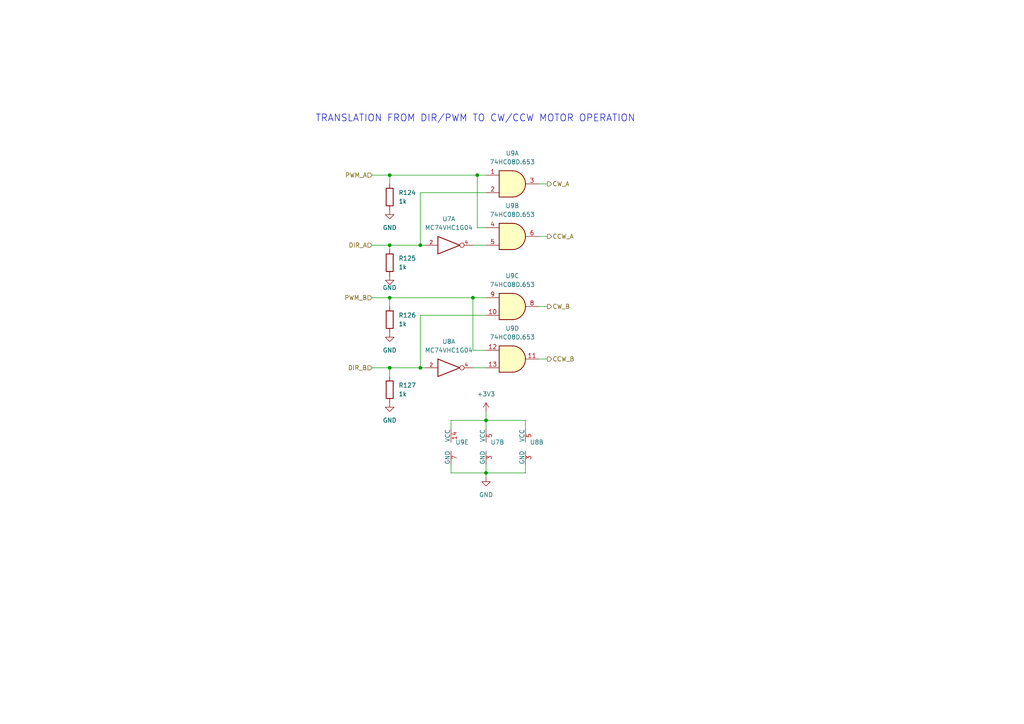
<source format=kicad_sch>
(kicad_sch (version 20211123) (generator eeschema)
  (paper "A4")
  (lib_symbols
    (symbol "Device:R" (pin_numbers hide) (pin_names (offset 0))
      (property "Reference" "R" (at 2.032 0 90))
      (property "Value" "R" (at 0 0 90))
      (symbol "R_0_1"
        (rectangle (start -1.016 -2.54) (end 1.016 2.54) (stroke (width 0.254)))
      )
      (symbol "R_1_1"
        (pin passive line (at 0 3.81 270) (length 1.27) (name "~") (number "1"))
        (pin passive line (at 0 -3.81 90) (length 1.27) (name "~") (number "2"))
      )
    )
    (symbol "_IntegratedCircuits:74HC08D.653" (pin_names (offset 0))
      (property "Reference" "U" (at 0 6.35 0))
      (property "Value" "74HC08D.653" (at 0 8.89 0))
      (symbol "74HC08D.653_1_1"
        (arc (start 0 -3.81) (mid 3.81 0) (end 0 3.81) (stroke (width 0.254)) (fill (type background)))
        (polyline (pts (xy 0 3.81) (xy -3.81 3.81) (xy -3.81 -3.81) (xy 0 -3.81)) (stroke (width 0.254)) (fill (type background)))
        (pin input line (at -7.62 2.54 0) (length 3.81) (name "~") (number "1"))
        (pin input line (at -7.62 -2.54 0) (length 3.81) (name "~") (number "2"))
        (pin output line (at 7.62 0 180) (length 3.81) (name "~") (number "3"))
      )
      (symbol "74HC08D.653_2_1"
        (arc (start 0 -3.81) (mid 3.81 0) (end 0 3.81) (stroke (width 0.254)) (fill (type background)))
        (polyline (pts (xy 0 3.81) (xy -3.81 3.81) (xy -3.81 -3.81) (xy 0 -3.81)) (stroke (width 0.254)) (fill (type background)))
        (pin input line (at -7.62 2.54 0) (length 3.81) (name "~") (number "4"))
        (pin input line (at -7.62 -2.54 0) (length 3.81) (name "~") (number "5"))
        (pin output line (at 7.62 0 180) (length 3.81) (name "~") (number "6"))
      )
      (symbol "74HC08D.653_3_1"
        (arc (start 0 -3.81) (mid 3.81 0) (end 0 3.81) (stroke (width 0.254)) (fill (type background)))
        (polyline (pts (xy 0 3.81) (xy -3.81 3.81) (xy -3.81 -3.81) (xy 0 -3.81)) (stroke (width 0.254)) (fill (type background)))
        (pin input line (at -7.62 -2.54 0) (length 3.81) (name "~") (number "10"))
        (pin output line (at 7.62 0 180) (length 3.81) (name "~") (number "8"))
        (pin input line (at -7.62 2.54 0) (length 3.81) (name "~") (number "9"))
      )
      (symbol "74HC08D.653_4_1"
        (arc (start 0 -3.81) (mid 3.81 0) (end 0 3.81) (stroke (width 0.254)) (fill (type background)))
        (polyline (pts (xy 0 3.81) (xy -3.81 3.81) (xy -3.81 -3.81) (xy 0 -3.81)) (stroke (width 0.254)) (fill (type background)))
        (pin output line (at 7.62 0 180) (length 3.81) (name "~") (number "11"))
        (pin input line (at -7.62 2.54 0) (length 3.81) (name "~") (number "12"))
        (pin input line (at -7.62 -2.54 0) (length 3.81) (name "~") (number "13"))
      )
      (symbol "74HC08D.653_5_1"
        (pin power_in line (at 5.08 2.54 180) (length 3.81) (name "VCC") (number "14"))
        (pin power_in line (at -5.08 2.54 0) (length 3.81) (name "GND") (number "7"))
      )
    )
    (symbol "_IntegratedCircuits:MC74VHC1G04" (pin_names (offset 0))
      (property "Reference" "U" (at 0 6.35 0))
      (property "Value" "MC74VHC1G04" (at 0 3.81 0))
      (symbol "MC74VHC1G04_1_1"
        (polyline (pts (xy -2.54 2.54) (xy -2.54 -2.54) (xy 3.81 0) (xy -2.54 2.54)) (stroke (width 0.254)))
        (pin no_connect line (at 1.27 -5.08 180) (length 3.81) hide (name "1") (number "1"))
        (pin input line (at -6.35 0 0) (length 3.81) (name "~") (number "2"))
        (pin output inverted (at 7.62 0 180) (length 3.81) (name "~") (number "4"))
      )
      (symbol "MC74VHC1G04_2_1"
        (pin power_in line (at -5.08 0 0) (length 3.81) (name "GND") (number "3"))
        (pin power_in line (at 5.08 0 180) (length 3.81) (name "VCC") (number "5"))
      )
    )
    (symbol "power:+3.3V" (power) (pin_names (offset 0))
      (property "Value" "+3.3V" (at 0 3.556 0))
      (symbol "+3.3V_0_1"
        (polyline (pts (xy -0.762 1.27) (xy 0 2.54)))
        (polyline (pts (xy 0 0) (xy 0 2.54)))
        (polyline (pts (xy 0 2.54) (xy 0.762 1.27)))
      )
      (symbol "+3.3V_1_1"
        (pin power_in line (at 0 0 90) (length 0) hide (name "+3V3") (number "1"))
      )
    )
    (symbol "power:GND" (power) (pin_names (offset 0))
      (property "Value" "GND" (at 0 -3.81 0))
      (symbol "GND_0_1"
        (polyline (pts (xy 0 0) (xy 0 -1.27) (xy 1.27 -1.27) (xy 0 -2.54) (xy -1.27 -1.27) (xy 0 -1.27)))
      )
      (symbol "GND_1_1"
        (pin power_in line (at 0 0 270) (length 0) hide (name "GND") (number "1"))
      )
    )
  )
  (junction (at 138.43 50.8))
  (junction (at 113.03 50.8))
  (junction (at 140.97 137.16))
  (junction (at 113.03 71.12))
  (junction (at 121.92 71.12))
  (junction (at 140.97 121.92))
  (junction (at 113.03 86.36))
  (junction (at 113.03 106.68))
  (junction (at 121.92 106.68))
  (junction (at 137.16 86.36))
  (wire (pts (xy 140.97 55.88) (xy 121.92 55.88)))
  (wire (pts (xy 107.95 106.68) (xy 113.03 106.68)))
  (wire (pts (xy 113.03 106.68) (xy 121.92 106.68)))
  (wire (pts (xy 137.16 101.6) (xy 137.16 86.36)))
  (wire (pts (xy 140.97 101.6) (xy 137.16 101.6)))
  (wire (pts (xy 158.75 104.14) (xy 156.21 104.14)))
  (wire (pts (xy 121.92 91.44) (xy 121.92 106.68)))
  (wire (pts (xy 158.75 88.9) (xy 156.21 88.9)))
  (wire (pts (xy 152.4 121.92) (xy 152.4 124.46)))
  (wire (pts (xy 113.03 72.39) (xy 113.03 71.12)))
  (wire (pts (xy 113.03 50.8) (xy 138.43 50.8)))
  (wire (pts (xy 140.97 121.92) (xy 140.97 124.46)))
  (wire (pts (xy 140.97 121.92) (xy 152.4 121.92)))
  (wire (pts (xy 158.75 68.58) (xy 156.21 68.58)))
  (wire (pts (xy 140.97 66.04) (xy 138.43 66.04)))
  (wire (pts (xy 140.97 119.38) (xy 140.97 121.92)))
  (wire (pts (xy 113.03 71.12) (xy 121.92 71.12)))
  (wire (pts (xy 121.92 106.68) (xy 123.19 106.68)))
  (wire (pts (xy 107.95 86.36) (xy 113.03 86.36)))
  (wire (pts (xy 113.03 86.36) (xy 113.03 88.9)))
  (wire (pts (xy 137.16 71.12) (xy 140.97 71.12)))
  (wire (pts (xy 113.03 106.68) (xy 113.03 109.22)))
  (wire (pts (xy 137.16 86.36) (xy 140.97 86.36)))
  (wire (pts (xy 107.95 50.8) (xy 113.03 50.8)))
  (wire (pts (xy 138.43 50.8) (xy 140.97 50.8)))
  (wire (pts (xy 140.97 137.16) (xy 130.81 137.16)))
  (wire (pts (xy 152.4 134.62) (xy 152.4 137.16)))
  (wire (pts (xy 137.16 106.68) (xy 140.97 106.68)))
  (wire (pts (xy 152.4 137.16) (xy 140.97 137.16)))
  (wire (pts (xy 140.97 137.16) (xy 140.97 138.43)))
  (wire (pts (xy 130.81 137.16) (xy 130.81 134.62)))
  (wire (pts (xy 130.81 121.92) (xy 140.97 121.92)))
  (wire (pts (xy 107.95 71.12) (xy 113.03 71.12)))
  (wire (pts (xy 158.75 53.34) (xy 156.21 53.34)))
  (wire (pts (xy 121.92 71.12) (xy 123.19 71.12)))
  (wire (pts (xy 138.43 66.04) (xy 138.43 50.8)))
  (wire (pts (xy 130.81 124.46) (xy 130.81 121.92)))
  (wire (pts (xy 113.03 50.8) (xy 113.03 53.34)))
  (wire (pts (xy 113.03 86.36) (xy 137.16 86.36)))
  (wire (pts (xy 140.97 134.62) (xy 140.97 137.16)))
  (wire (pts (xy 140.97 91.44) (xy 121.92 91.44)))
  (wire (pts (xy 121.92 55.88) (xy 121.92 71.12)))
  (text "TRANSLATION FROM DIR/PWM TO CW/CCW MOTOR OPERATION" (at 91.44 35.56 0) (effects (font (size 2 2)) (justify left bottom)))
  (hierarchical_label "CW_B" (shape output) (at 158.75 88.9 0))
  (hierarchical_label "DIR_A" (shape input) (at 107.95 71.12 180))
  (hierarchical_label "PWM_A" (shape input) (at 107.95 50.8 180))
  (hierarchical_label "DIR_B" (shape input) (at 107.95 106.68 180))
  (hierarchical_label "CW_A" (shape output) (at 158.75 53.34 0))
  (hierarchical_label "CCW_B" (shape output) (at 158.75 104.14 0))
  (hierarchical_label "PWM_B" (shape input) (at 107.95 86.36 180))
  (hierarchical_label "CCW_A" (shape output) (at 158.75 68.58 0))
  (symbol (lib_id "Device:R") (at 113.03 113.03 0) (unit 1)
    (property "Reference" "R127" (at 115.57 111.7599 0) (effects (justify left)))
    (property "Value" "1k" (at 115.57 114.2999 0) (effects (justify left)))
    (property "Footprint" "Resistor_SMD:R_0603_1608Metric_Pad0.98x0.95mm_HandSolder" (effects hide))
  )
  (symbol (lib_id "Device:R") (at 113.03 92.71 0) (unit 1)
    (property "Reference" "R126" (at 115.57 91.4399 0) (effects (justify left)))
    (property "Value" "1k" (at 115.57 93.9799 0) (effects (justify left)))
    (property "Footprint" "Resistor_SMD:R_0603_1608Metric_Pad0.98x0.95mm_HandSolder" (effects hide))
  )
  (symbol (lib_id "_IntegratedCircuits:74HC08D.653") (at 148.59 104.14 0) (unit 4)
    (property "Reference" "U9" (at 148.59 95.25 0))
    (property "Value" "74HC08D.653" (at 148.59 97.79 0))
    (property "Footprint" "_IntegratedCircuits:74HC08D.653" (effects hide))
    (property "Datasheet" "https://datasheet.octopart.com/74HC08D%2C653-Nexperia-datasheet-12516245.pdf" (effects hide))
  )
  (symbol (lib_id "_IntegratedCircuits:MC74VHC1G04") (at 140.97 129.54 90) (unit 2)
    (property "Reference" "U7" (at 142.24 128.2699 90) (effects (justify right)))
    (property "Value" "MC74VHC1G04" (effects hide))
    (property "Footprint" "_IntegratedCircuits:MC74VHC1G04" (effects hide))
    (property "Datasheet" "https://datasheet.octopart.com/MC74VHC1G04DTT1G-ON-Semiconductor-datasheet-21211001.pdf" (effects hide))
  )
  (symbol (lib_id "_IntegratedCircuits:74HC08D.653") (at 148.59 88.9 0) (unit 3)
    (property "Reference" "U9" (at 148.59 80.01 0))
    (property "Value" "74HC08D.653" (at 148.59 82.55 0))
    (property "Footprint" "_IntegratedCircuits:74HC08D.653" (effects hide))
    (property "Datasheet" "https://datasheet.octopart.com/74HC08D%2C653-Nexperia-datasheet-12516245.pdf" (effects hide))
  )
  (symbol (lib_id "Device:R") (at 113.03 57.15 0) (unit 1)
    (property "Reference" "R124" (at 115.57 55.8799 0) (effects (justify left)))
    (property "Value" "1k" (at 115.57 58.4199 0) (effects (justify left)))
    (property "Footprint" "Resistor_SMD:R_0603_1608Metric_Pad0.98x0.95mm_HandSolder" (effects hide))
  )
  (symbol (lib_id "power:GND") (at 113.03 96.52 0) (unit 1)
    (property "Reference" "#PWR0185" (effects hide))
    (property "Value" "GND" (at 113.03 101.6 0))
  )
  (symbol (lib_id "_IntegratedCircuits:MC74VHC1G04") (at 129.54 106.68 0) (unit 1)
    (property "Reference" "U8" (at 130.175 99.06 0))
    (property "Value" "MC74VHC1G04" (at 130.175 101.6 0))
    (property "Footprint" "_IntegratedCircuits:MC74VHC1G04" (effects hide))
    (property "Datasheet" "https://datasheet.octopart.com/MC74VHC1G04DTT1G-ON-Semiconductor-datasheet-21211001.pdf" (effects hide))
  )
  (symbol (lib_id "_IntegratedCircuits:74HC08D.653") (at 133.35 129.54 90) (unit 5)
    (property "Reference" "U9" (at 132.08 128.2699 90) (effects (justify right)))
    (property "Value" "74HC08D.653" (effects hide))
    (property "Footprint" "_IntegratedCircuits:74HC08D.653" (effects hide))
    (property "Datasheet" "https://datasheet.octopart.com/74HC08D%2C653-Nexperia-datasheet-12516245.pdf" (effects hide))
  )
  (symbol (lib_id "power:GND") (at 140.97 138.43 0) (unit 1)
    (property "Reference" "#PWR039" (effects hide))
    (property "Value" "GND" (at 140.97 143.51 0))
  )
  (symbol (lib_id "power:GND") (at 113.03 116.84 0) (unit 1)
    (property "Reference" "#PWR0192" (effects hide))
    (property "Value" "GND" (at 113.03 121.92 0))
  )
  (symbol (lib_id "_IntegratedCircuits:MC74VHC1G04") (at 129.54 71.12 0) (unit 1)
    (property "Reference" "U7" (at 130.175 63.5 0))
    (property "Value" "MC74VHC1G04" (at 130.175 66.04 0))
    (property "Footprint" "_IntegratedCircuits:MC74VHC1G04" (effects hide))
    (property "Datasheet" "https://datasheet.octopart.com/MC74VHC1G04DTT1G-ON-Semiconductor-datasheet-21211001.pdf" (effects hide))
  )
  (symbol (lib_id "Device:R") (at 113.03 76.2 0) (unit 1)
    (property "Reference" "R125" (at 115.57 74.9299 0) (effects (justify left)))
    (property "Value" "1k" (at 115.57 77.4699 0) (effects (justify left)))
    (property "Footprint" "Resistor_SMD:R_0603_1608Metric_Pad0.98x0.95mm_HandSolder" (effects hide))
  )
  (symbol (lib_id "_IntegratedCircuits:74HC08D.653") (at 148.59 68.58 0) (unit 2)
    (property "Reference" "U9" (at 148.59 59.69 0))
    (property "Value" "74HC08D.653" (at 148.59 62.23 0))
    (property "Footprint" "_IntegratedCircuits:74HC08D.653" (effects hide))
    (property "Datasheet" "https://datasheet.octopart.com/74HC08D%2C653-Nexperia-datasheet-12516245.pdf" (effects hide))
  )
  (symbol (lib_id "power:GND") (at 113.03 60.96 0) (unit 1)
    (property "Reference" "#PWR0171" (effects hide))
    (property "Value" "GND" (at 113.03 66.04 0))
  )
  (symbol (lib_id "power:+3.3V") (at 140.97 119.38 0) (unit 1)
    (property "Reference" "#PWR038" (effects hide))
    (property "Value" "+3.3V" (at 140.97 114.3 0))
  )
  (symbol (lib_id "power:GND") (at 113.03 80.01 0) (unit 1)
    (property "Reference" "#PWR0178" (effects hide))
    (property "Value" "GND" (at 112.997 83.4397 0))
  )
  (symbol (lib_id "_IntegratedCircuits:74HC08D.653") (at 148.59 53.34 0) (unit 1)
    (property "Reference" "U9" (at 148.59 44.45 0))
    (property "Value" "74HC08D.653" (at 148.59 46.99 0))
    (property "Footprint" "_IntegratedCircuits:74HC08D.653" (effects hide))
    (property "Datasheet" "https://datasheet.octopart.com/74HC08D%2C653-Nexperia-datasheet-12516245.pdf" (effects hide))
  )
  (symbol (lib_id "_IntegratedCircuits:MC74VHC1G04") (at 152.4 129.54 90) (unit 2)
    (property "Reference" "U8" (at 153.67 128.2699 90) (effects (justify right)))
    (property "Value" "MC74VHC1G04" (effects hide))
    (property "Footprint" "_IntegratedCircuits:MC74VHC1G04" (effects hide))
    (property "Datasheet" "https://datasheet.octopart.com/MC74VHC1G04DTT1G-ON-Semiconductor-datasheet-21211001.pdf" (effects hide))
  )
)
</source>
